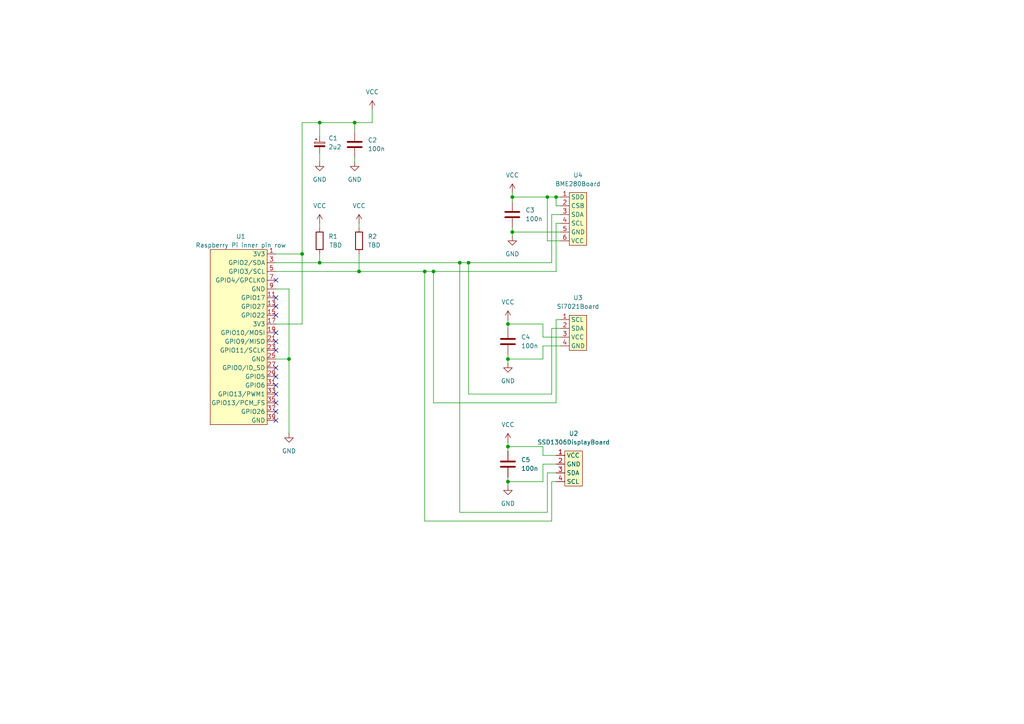
<source format=kicad_sch>
(kicad_sch (version 20231120) (generator "eeschema") (generator_version "8.0")
  (paper "A4")
  (lib_symbols
    (symbol "Device:C" (pin_numbers hide) (pin_names (offset 0.254))
      (property "Reference" "C" (at 0.635 2.54 0))
      (property "Value" "C" (at 0.635 -2.54 0))
      (symbol "C_0_1"
        (polyline (pts (xy -2.032 -0.762) (xy 2.032 -0.762)) (stroke (width 0.508)))
        (polyline (pts (xy -2.032 0.762) (xy 2.032 0.762)) (stroke (width 0.508)))
      )
      (symbol "C_1_1"
        (pin passive line (at 0 3.81 270) (length 2.794) (name "~") (number "1"))
        (pin passive line (at 0 -3.81 90) (length 2.794) (name "~") (number "2"))
      )
    )
    (symbol "Device:C_Polarized_Small" (pin_numbers hide) (pin_names (offset 0.254) hide)
      (property "Reference" "C" (at 0.254 1.778 0))
      (property "Value" "C_Polarized_Small" (at 0.254 -2.032 0))
      (symbol "C_Polarized_Small_0_1"
        (rectangle (start -1.524 -0.3048) (end 1.524 -0.6858) (fill (type outline)))
        (rectangle (start -1.524 0.6858) (end 1.524 0.3048))
        (polyline (pts (xy -1.27 1.524) (xy -0.762 1.524)))
        (polyline (pts (xy -1.016 1.27) (xy -1.016 1.778)))
      )
      (symbol "C_Polarized_Small_1_1"
        (pin passive line (at 0 2.54 270) (length 1.8542) (name "~") (number "1"))
        (pin passive line (at 0 -2.54 90) (length 1.8542) (name "~") (number "2"))
      )
    )
    (symbol "Device:R" (pin_numbers hide) (pin_names (offset 0))
      (property "Reference" "R" (at 2.032 0 90))
      (property "Value" "R" (at 0 0 90))
      (symbol "R_0_1"
        (rectangle (start -1.016 -2.54) (end 1.016 2.54) (stroke (width 0.254)))
      )
      (symbol "R_1_1"
        (pin passive line (at 0 3.81 270) (length 1.27) (name "~") (number "1"))
        (pin passive line (at 0 -3.81 90) (length 1.27) (name "~") (number "2"))
      )
    )
    (symbol "PiWeatherShieldSymbolLibrary:BME280Board"
      (property "Reference" "U" (at 0 3.302 0))
      (property "Value" "BME280Board" (at 0.508 1.524 0))
      (symbol "BME280Board_1_1"
        (rectangle (start -2.54 0) (end 2.54 -15.24) (fill (type background)))
        (pin input line (at 5.08 -1.27 180) (length 2.54) (name "SDD") (number "1"))
        (pin input line (at 5.08 -3.81 180) (length 2.54) (name "CSB") (number "2"))
        (pin bidirectional line (at 5.08 -6.35 180) (length 2.54) (name "SDA") (number "3"))
        (pin input line (at 5.08 -8.89 180) (length 2.54) (name "SCL") (number "4"))
        (pin power_in line (at 5.08 -11.43 180) (length 2.54) (name "GND") (number "5"))
        (pin power_in line (at 5.08 -13.97 180) (length 2.54) (name "VCC") (number "6"))
      )
    )
    (symbol "PiWeatherShieldSymbolLibrary:RaspberryInnerPinHeader"
      (property "Reference" "U" (at 0 3.81 0))
      (property "Value" "Raspberry Pi inner pin row" (at 0.254 1.524 0))
      (symbol "RaspberryInnerPinHeader_1_1"
        (rectangle (start -8.89 0) (end 7.62 -50.8) (fill (type background)))
        (pin power_out line (at 10.16 -1.27 180) (length 2.54) (name "3V3") (number "1"))
        (pin no_connect line (at -34.29 -11.43 180) (length 2.54) hide (name "") (number "10"))
        (pin output line (at 10.16 -13.97 180) (length 2.54) (name "GPIO17") (number "11"))
        (pin no_connect line (at -34.29 -13.97 180) (length 2.54) hide (name "") (number "12"))
        (pin output line (at 10.16 -16.51 180) (length 2.54) (name "GPIO27") (number "13"))
        (pin no_connect line (at -34.29 -16.51 180) (length 2.54) hide (name "") (number "14"))
        (pin output line (at 10.16 -19.05 180) (length 2.54) (name "GPIO22") (number "15"))
        (pin no_connect line (at -34.29 -19.05 180) (length 2.54) hide (name "") (number "16"))
        (pin output line (at 10.16 -21.59 180) (length 2.54) (name "3V3") (number "17"))
        (pin no_connect line (at -34.29 -21.59 180) (length 2.54) hide (name "") (number "18"))
        (pin output line (at 10.16 -24.13 180) (length 2.54) (name "GPIO10/MOSI") (number "19"))
        (pin no_connect line (at -34.29 -1.27 180) (length 2.54) hide (name "") (number "2"))
        (pin no_connect line (at -34.29 -24.13 180) (length 2.54) hide (name "") (number "20"))
        (pin output line (at 10.16 -26.67 180) (length 2.54) (name "GPIO9/MISO") (number "21"))
        (pin no_connect line (at -34.29 -26.67 180) (length 2.54) hide (name "") (number "22"))
        (pin output line (at 10.16 -29.21 180) (length 2.54) (name "GPIO11/SCLK") (number "23"))
        (pin no_connect line (at -34.29 -29.21 180) (length 2.54) hide (name "") (number "24"))
        (pin power_in line (at 10.16 -31.75 180) (length 2.54) (name "GND") (number "25"))
        (pin no_connect line (at -34.29 -31.75 180) (length 2.54) hide (name "") (number "26"))
        (pin output line (at 10.16 -34.29 180) (length 2.54) (name "GPIO0/ID_SD") (number "27"))
        (pin no_connect line (at -34.29 -34.29 180) (length 2.54) hide (name "") (number "28"))
        (pin output line (at 10.16 -36.83 180) (length 2.54) (name "GPIO5") (number "29"))
        (pin output line (at 10.16 -3.81 180) (length 2.54) (name "GPIO2/SDA") (number "3"))
        (pin no_connect line (at -34.29 -36.83 180) (length 2.54) hide (name "") (number "30"))
        (pin output line (at 10.16 -39.37 180) (length 2.54) (name "GPIO6") (number "31"))
        (pin no_connect line (at -34.29 -39.37 180) (length 2.54) hide (name "") (number "32"))
        (pin output line (at 10.16 -41.91 180) (length 2.54) (name "GPIO13/PWM1") (number "33"))
        (pin no_connect line (at -34.29 -41.91 180) (length 2.54) hide (name "") (number "34"))
        (pin output line (at 10.16 -44.45 180) (length 2.54) (name "GPIO13/PCM_FS") (number "35"))
        (pin no_connect line (at -34.29 -44.45 180) (length 2.54) hide (name "") (number "36"))
        (pin output line (at 10.16 -46.99 180) (length 2.54) (name "GPIO26") (number "37"))
        (pin no_connect line (at -34.29 -46.99 180) (length 2.54) hide (name "") (number "38"))
        (pin power_out line (at 10.16 -49.53 180) (length 2.54) (name "GND") (number "39"))
        (pin no_connect line (at -34.29 -3.81 180) (length 2.54) hide (name "") (number "4"))
        (pin no_connect line (at -34.29 -49.53 180) (length 2.54) hide (name "") (number "40"))
        (pin output line (at 10.16 -6.35 180) (length 2.54) (name "GPIO3/SCL") (number "5"))
        (pin no_connect line (at -34.29 -6.35 180) (length 2.54) hide (name "") (number "6"))
        (pin output line (at 10.16 -8.89 180) (length 2.54) (name "GPIO4/GPCLK0") (number "7"))
        (pin no_connect line (at -34.29 -8.89 180) (length 2.54) hide (name "") (number "8"))
        (pin output line (at 10.16 -11.43 180) (length 2.54) (name "GND") (number "9"))
      )
    )
    (symbol "PiWeatherShieldSymbolLibrary:SSD1306DisplayBoard"
      (property "Reference" "U" (at 0 2.54 0))
      (property "Value" "SSD1306DisplayBoard" (at 0 0.508 0))
      (symbol "SSD1306DisplayBoard_1_1"
        (rectangle (start -2.54 -1.27) (end 2.54 -11.43) (fill (type background)))
        (pin power_in line (at 5.08 -2.54 180) (length 2.54) (name "VCC") (number "1"))
        (pin power_in line (at 5.08 -5.08 180) (length 2.54) (name "GND") (number "2"))
        (pin bidirectional line (at 5.08 -7.62 180) (length 2.54) (name "SDA") (number "3"))
        (pin input line (at 5.08 -10.16 180) (length 2.54) (name "SCL") (number "4"))
      )
    )
    (symbol "PiWeatherShieldSymbolLibrary:Si7021Board"
      (property "Reference" "U" (at 0 2.032 0))
      (property "Value" "Si7021Board" (at 0.508 0.254 0))
      (symbol "Si7021Board_1_1"
        (rectangle (start -2.54 -1.27) (end 2.54 -11.43) (fill (type background)))
        (pin input line (at 5.08 -2.54 180) (length 2.54) (name "SCL") (number "1"))
        (pin input line (at 5.08 -5.08 180) (length 2.54) (name "SDA") (number "2"))
        (pin power_in line (at 5.08 -7.62 180) (length 2.54) (name "VCC") (number "3"))
        (pin power_in line (at 5.08 -10.16 180) (length 2.54) (name "GND") (number "4"))
      )
    )
    (symbol "power:GND" (power) (pin_numbers hide) (pin_names (offset 0) hide)
      (property "Value" "GND" (at 0 -3.81 0))
      (symbol "GND_0_1"
        (polyline (pts (xy 0 0) (xy 0 -1.27) (xy 1.27 -1.27) (xy 0 -2.54) (xy -1.27 -1.27) (xy 0 -1.27)))
      )
      (symbol "GND_1_1"
        (pin power_in line (at 0 0 270) (length 0) (name "~") (number "1"))
      )
    )
    (symbol "power:VCC" (power) (pin_numbers hide) (pin_names (offset 0) hide)
      (property "Value" "VCC" (at 0 3.556 0))
      (symbol "VCC_0_1"
        (polyline (pts (xy -0.762 1.27) (xy 0 2.54)))
        (polyline (pts (xy 0 0) (xy 0 2.54)))
        (polyline (pts (xy 0 2.54) (xy 0.762 1.27)))
      )
      (symbol "VCC_1_1"
        (pin power_in line (at 0 0 90) (length 0) (name "~") (number "1"))
      )
    )
  )
  (junction (at 87.63 73.66))
  (junction (at 123.19 78.74))
  (junction (at 147.32 93.98))
  (junction (at 102.87 35.56))
  (junction (at 135.89 76.2))
  (junction (at 104.14 78.74))
  (junction (at 92.71 35.56))
  (junction (at 125.73 78.74))
  (junction (at 161.29 57.15))
  (junction (at 147.32 139.7))
  (junction (at 83.82 104.14))
  (junction (at 147.32 104.14))
  (junction (at 158.75 57.15))
  (junction (at 147.32 129.54))
  (junction (at 148.59 57.15))
  (junction (at 133.35 76.2))
  (junction (at 148.59 67.31))
  (junction (at 92.71 76.2))
  (no_connect (at 80.01 81.28))
  (no_connect (at 80.01 116.84))
  (no_connect (at 80.01 109.22))
  (no_connect (at 80.01 96.52))
  (no_connect (at 80.01 86.36))
  (no_connect (at 80.01 88.9))
  (no_connect (at 80.01 114.3))
  (no_connect (at 80.01 101.6))
  (no_connect (at 80.01 119.38))
  (no_connect (at 80.01 111.76))
  (no_connect (at 80.01 121.92))
  (no_connect (at 80.01 99.06))
  (no_connect (at 80.01 91.44))
  (no_connect (at 80.01 106.68))
  (wire (pts (xy 125.73 78.74) (xy 161.29 78.74)))
  (wire (pts (xy 162.56 92.71) (xy 161.29 92.71)))
  (wire (pts (xy 161.29 137.16) (xy 158.75 137.16)))
  (wire (pts (xy 83.82 104.14) (xy 83.82 125.73)))
  (wire (pts (xy 148.59 57.15) (xy 148.59 55.88)))
  (wire (pts (xy 162.56 97.79) (xy 157.48 97.79)))
  (wire (pts (xy 92.71 44.45) (xy 92.71 46.99)))
  (wire (pts (xy 162.56 69.85) (xy 158.75 69.85)))
  (wire (pts (xy 162.56 59.69) (xy 161.29 59.69)))
  (wire (pts (xy 161.29 64.77) (xy 161.29 78.74)))
  (wire (pts (xy 161.29 139.7) (xy 160.02 139.7)))
  (wire (pts (xy 125.73 116.84) (xy 125.73 78.74)))
  (wire (pts (xy 80.01 76.2) (xy 92.71 76.2)))
  (wire (pts (xy 104.14 64.77) (xy 104.14 66.04)))
  (wire (pts (xy 147.32 93.98) (xy 157.48 93.98)))
  (wire (pts (xy 102.87 45.72) (xy 102.87 46.99)))
  (wire (pts (xy 104.14 78.74) (xy 123.19 78.74)))
  (wire (pts (xy 147.32 138.43) (xy 147.32 139.7)))
  (wire (pts (xy 158.75 137.16) (xy 158.75 148.59)))
  (wire (pts (xy 160.02 62.23) (xy 162.56 62.23)))
  (wire (pts (xy 157.48 129.54) (xy 147.32 129.54)))
  (wire (pts (xy 147.32 102.87) (xy 147.32 104.14)))
  (wire (pts (xy 133.35 76.2) (xy 133.35 148.59)))
  (wire (pts (xy 160.02 76.2) (xy 160.02 62.23)))
  (wire (pts (xy 157.48 104.14) (xy 157.48 100.33)))
  (wire (pts (xy 157.48 97.79) (xy 157.48 93.98)))
  (wire (pts (xy 148.59 67.31) (xy 148.59 68.58)))
  (wire (pts (xy 161.29 59.69) (xy 161.29 57.15)))
  (wire (pts (xy 160.02 139.7) (xy 160.02 151.13)))
  (wire (pts (xy 87.63 35.56) (xy 87.63 73.66)))
  (wire (pts (xy 80.01 83.82) (xy 83.82 83.82)))
  (wire (pts (xy 161.29 132.08) (xy 157.48 132.08)))
  (wire (pts (xy 157.48 139.7) (xy 147.32 139.7)))
  (wire (pts (xy 147.32 139.7) (xy 147.32 140.97)))
  (wire (pts (xy 147.32 104.14) (xy 157.48 104.14)))
  (wire (pts (xy 161.29 116.84) (xy 125.73 116.84)))
  (wire (pts (xy 148.59 57.15) (xy 158.75 57.15)))
  (wire (pts (xy 147.32 93.98) (xy 147.32 92.71)))
  (wire (pts (xy 147.32 129.54) (xy 147.32 130.81)))
  (wire (pts (xy 92.71 64.77) (xy 92.71 66.04)))
  (wire (pts (xy 158.75 148.59) (xy 133.35 148.59)))
  (wire (pts (xy 157.48 132.08) (xy 157.48 129.54)))
  (wire (pts (xy 104.14 73.66) (xy 104.14 78.74)))
  (wire (pts (xy 102.87 35.56) (xy 107.95 35.56)))
  (wire (pts (xy 147.32 104.14) (xy 147.32 105.41)))
  (wire (pts (xy 92.71 76.2) (xy 133.35 76.2)))
  (wire (pts (xy 80.01 104.14) (xy 83.82 104.14)))
  (wire (pts (xy 135.89 76.2) (xy 135.89 114.3)))
  (wire (pts (xy 80.01 73.66) (xy 87.63 73.66)))
  (wire (pts (xy 102.87 35.56) (xy 102.87 38.1)))
  (wire (pts (xy 147.32 93.98) (xy 147.32 95.25)))
  (wire (pts (xy 157.48 134.62) (xy 157.48 139.7)))
  (wire (pts (xy 162.56 64.77) (xy 161.29 64.77)))
  (wire (pts (xy 123.19 78.74) (xy 125.73 78.74)))
  (wire (pts (xy 83.82 83.82) (xy 83.82 104.14)))
  (wire (pts (xy 160.02 114.3) (xy 135.89 114.3)))
  (wire (pts (xy 148.59 66.04) (xy 148.59 67.31)))
  (wire (pts (xy 135.89 76.2) (xy 160.02 76.2)))
  (wire (pts (xy 92.71 35.56) (xy 102.87 35.56)))
  (wire (pts (xy 158.75 69.85) (xy 158.75 57.15)))
  (wire (pts (xy 107.95 35.56) (xy 107.95 31.75)))
  (wire (pts (xy 161.29 57.15) (xy 162.56 57.15)))
  (wire (pts (xy 92.71 73.66) (xy 92.71 76.2)))
  (wire (pts (xy 87.63 35.56) (xy 92.71 35.56)))
  (wire (pts (xy 158.75 57.15) (xy 161.29 57.15)))
  (wire (pts (xy 147.32 129.54) (xy 147.32 128.27)))
  (wire (pts (xy 92.71 35.56) (xy 92.71 39.37)))
  (wire (pts (xy 160.02 95.25) (xy 160.02 114.3)))
  (wire (pts (xy 80.01 78.74) (xy 104.14 78.74)))
  (wire (pts (xy 157.48 134.62) (xy 161.29 134.62)))
  (wire (pts (xy 87.63 73.66) (xy 87.63 93.98)))
  (wire (pts (xy 148.59 57.15) (xy 148.59 58.42)))
  (wire (pts (xy 161.29 92.71) (xy 161.29 116.84)))
  (wire (pts (xy 148.59 67.31) (xy 162.56 67.31)))
  (wire (pts (xy 162.56 95.25) (xy 160.02 95.25)))
  (wire (pts (xy 123.19 78.74) (xy 123.19 151.13)))
  (wire (pts (xy 160.02 151.13) (xy 123.19 151.13)))
  (wire (pts (xy 157.48 100.33) (xy 162.56 100.33)))
  (wire (pts (xy 80.01 93.98) (xy 87.63 93.98)))
  (wire (pts (xy 133.35 76.2) (xy 135.89 76.2)))
  (symbol (lib_id "power:GND") (at 92.71 46.99 0) (unit 1)
    (property "Reference" "#PWR02" (effects (hide yes)))
    (property "Value" "GND" (at 92.71 52.07 0))
    (property "Description" "Power symbol creates a global label with name \"GND\" , ground" (effects (hide yes)))
  )
  (symbol (lib_id "PiWeatherShieldSymbolLibrary:BME280Board") (at 167.64 55.88 0) (mirror y) (unit 1)
    (property "Reference" "U4" (at 167.64 50.8 0))
    (property "Value" "BME280Board" (at 167.64 53.34 0))
  )
  (symbol (lib_id "Device:C_Polarized_Small") (at 92.71 41.91 0) (unit 1)
    (property "Reference" "C1" (at 95.25 40.0938 0) (effects (justify left)))
    (property "Value" "2u2" (at 95.25 42.6338 0) (effects (justify left)))
    (property "Description" "Polarized capacitor, small symbol" (effects (hide yes)))
  )
  (symbol (lib_id "Device:R") (at 104.14 69.85 0) (unit 1)
    (property "Reference" "R2" (at 106.68 68.5799 0) (effects (justify left)))
    (property "Value" "TBD" (at 106.68 71.1199 0) (effects (justify left)))
    (property "Description" "Resistor" (effects (hide yes)))
  )
  (symbol (lib_id "Device:R") (at 92.71 69.85 0) (unit 1)
    (property "Reference" "R1" (at 95.25 68.5799 0) (effects (justify left)))
    (property "Value" "TBD" (at 95.504 71.12 0) (effects (justify left)))
    (property "Description" "Resistor" (effects (hide yes)))
  )
  (symbol (lib_id "power:GND") (at 148.59 68.58 0) (unit 1)
    (property "Reference" "#PWR08" (effects (hide yes)))
    (property "Value" "GND" (at 148.59 73.66 0))
    (property "Description" "Power symbol creates a global label with name \"GND\" , ground" (effects (hide yes)))
  )
  (symbol (lib_id "power:GND") (at 147.32 140.97 0) (unit 1)
    (property "Reference" "#PWR012" (effects (hide yes)))
    (property "Value" "GND" (at 147.32 146.05 0))
    (property "Description" "Power symbol creates a global label with name \"GND\" , ground" (effects (hide yes)))
  )
  (symbol (lib_id "Device:C") (at 102.87 41.91 0) (unit 1)
    (property "Reference" "C2" (at 106.68 40.6399 0) (effects (justify left)))
    (property "Value" "100n" (at 106.68 43.1799 0) (effects (justify left)))
    (property "Description" "Unpolarized capacitor" (effects (hide yes)))
  )
  (symbol (lib_id "PiWeatherShieldSymbolLibrary:SSD1306DisplayBoard") (at 166.37 129.54 0) (mirror y) (unit 1)
    (property "Reference" "U2" (at 166.37 125.73 0))
    (property "Value" "SSD1306DisplayBoard" (at 166.37 128.27 0))
  )
  (symbol (lib_id "PiWeatherShieldSymbolLibrary:RaspberryInnerPinHeader") (at 69.85 72.39 0) (unit 1)
    (property "Reference" "U1" (at 69.85 68.58 0))
    (property "Value" "Raspberry Pi inner pin row" (at 69.85 71.12 0))
  )
  (symbol (lib_id "power:GND") (at 147.32 105.41 0) (unit 1)
    (property "Reference" "#PWR010" (effects (hide yes)))
    (property "Value" "GND" (at 147.32 110.49 0))
    (property "Description" "Power symbol creates a global label with name \"GND\" , ground" (effects (hide yes)))
  )
  (symbol (lib_id "power:GND") (at 83.82 125.73 0) (unit 1)
    (property "Reference" "#PWR01" (effects (hide yes)))
    (property "Value" "GND" (at 83.82 130.81 0))
    (property "Description" "Power symbol creates a global label with name \"GND\" , ground" (effects (hide yes)))
  )
  (symbol (lib_id "PiWeatherShieldSymbolLibrary:Si7021Board") (at 167.64 90.17 0) (mirror y) (unit 1)
    (property "Reference" "U3" (at 167.64 86.36 0))
    (property "Value" "Si7021Board" (at 167.64 88.9 0))
  )
  (symbol (lib_id "power:VCC") (at 148.59 55.88 0) (unit 1)
    (property "Reference" "#PWR07" (effects (hide yes)))
    (property "Value" "VCC" (at 148.59 50.8 0))
    (property "Description" "Power symbol creates a global label with name \"VCC\"" (effects (hide yes)))
  )
  (symbol (lib_id "Device:C") (at 147.32 134.62 0) (unit 1)
    (property "Reference" "C5" (at 151.13 133.3499 0) (effects (justify left)))
    (property "Value" "100n" (at 151.13 135.8899 0) (effects (justify left)))
    (property "Description" "Unpolarized capacitor" (effects (hide yes)))
  )
  (symbol (lib_id "power:VCC") (at 147.32 128.27 0) (unit 1)
    (property "Reference" "#PWR011" (effects (hide yes)))
    (property "Value" "VCC" (at 147.32 123.19 0))
    (property "Description" "Power symbol creates a global label with name \"VCC\"" (effects (hide yes)))
  )
  (symbol (lib_id "power:VCC") (at 92.71 64.77 0) (unit 1)
    (property "Reference" "#PWR04" (effects (hide yes)))
    (property "Value" "VCC" (at 92.71 59.69 0))
    (property "Description" "Power symbol creates a global label with name \"VCC\"" (effects (hide yes)))
  )
  (symbol (lib_id "power:VCC") (at 147.32 92.71 0) (unit 1)
    (property "Reference" "#PWR09" (effects (hide yes)))
    (property "Value" "VCC" (at 147.32 87.63 0))
    (property "Description" "Power symbol creates a global label with name \"VCC\"" (effects (hide yes)))
  )
  (symbol (lib_id "power:GND") (at 102.87 46.99 0) (unit 1)
    (property "Reference" "#PWR03" (effects (hide yes)))
    (property "Value" "GND" (at 102.87 52.07 0))
    (property "Description" "Power symbol creates a global label with name \"GND\" , ground" (effects (hide yes)))
  )
  (symbol (lib_id "power:VCC") (at 104.14 64.77 0) (unit 1)
    (property "Reference" "#PWR05" (effects (hide yes)))
    (property "Value" "VCC" (at 104.14 59.69 0))
    (property "Description" "Power symbol creates a global label with name \"VCC\"" (effects (hide yes)))
  )
  (symbol (lib_id "power:VCC") (at 107.95 31.75 0) (unit 1)
    (property "Reference" "#PWR06" (effects (hide yes)))
    (property "Value" "VCC" (at 107.95 26.67 0))
    (property "Description" "Power symbol creates a global label with name \"VCC\"" (effects (hide yes)))
  )
  (symbol (lib_id "Device:C") (at 147.32 99.06 0) (unit 1)
    (property "Reference" "C4" (at 151.13 97.7899 0) (effects (justify left)))
    (property "Value" "100n" (at 151.13 100.3299 0) (effects (justify left)))
    (property "Description" "Unpolarized capacitor" (effects (hide yes)))
  )
  (symbol (lib_id "Device:C") (at 148.59 62.23 0) (unit 1)
    (property "Reference" "C3" (at 152.4 60.9599 0) (effects (justify left)))
    (property "Value" "100n" (at 152.4 63.4999 0) (effects (justify left)))
    (property "Description" "Unpolarized capacitor" (effects (hide yes)))
  )
)
</source>
